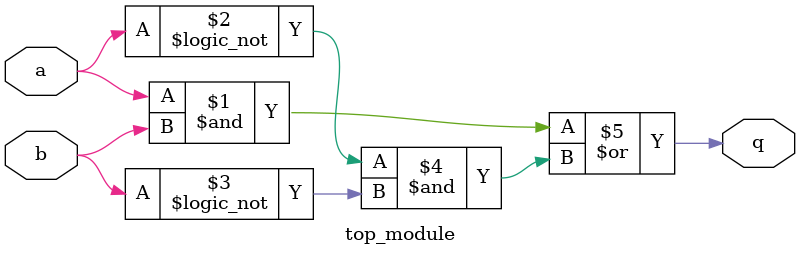
<source format=sv>
module top_module (
    input a, 
    input b, 
    output q
);

assign q = (a & b) | (!a & !b);

endmodule

</source>
